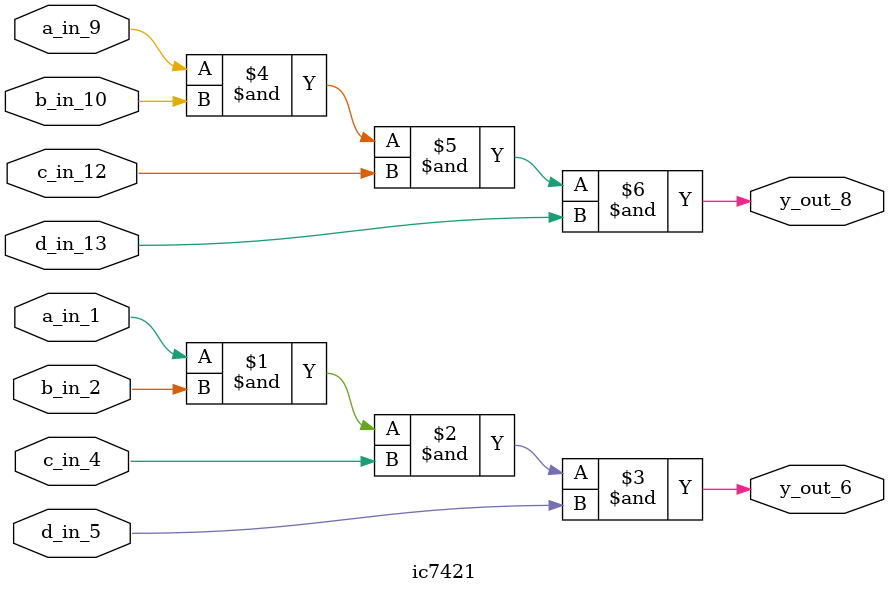
<source format=sv>
module ic7421 (input a_in_1 , b_in_2 , c_in_4 ,d_in_5,
				input a_in_9 , b_in_10 , c_in_12 , d_in_13,

				output y_out_6, y_out_8);



assign y_out_6 = a_in_1 & b_in_2 & c_in_4 & d_in_5;
assign y_out_8 = a_in_9 & b_in_10 & c_in_12 & d_in_13;

endmodule

</source>
